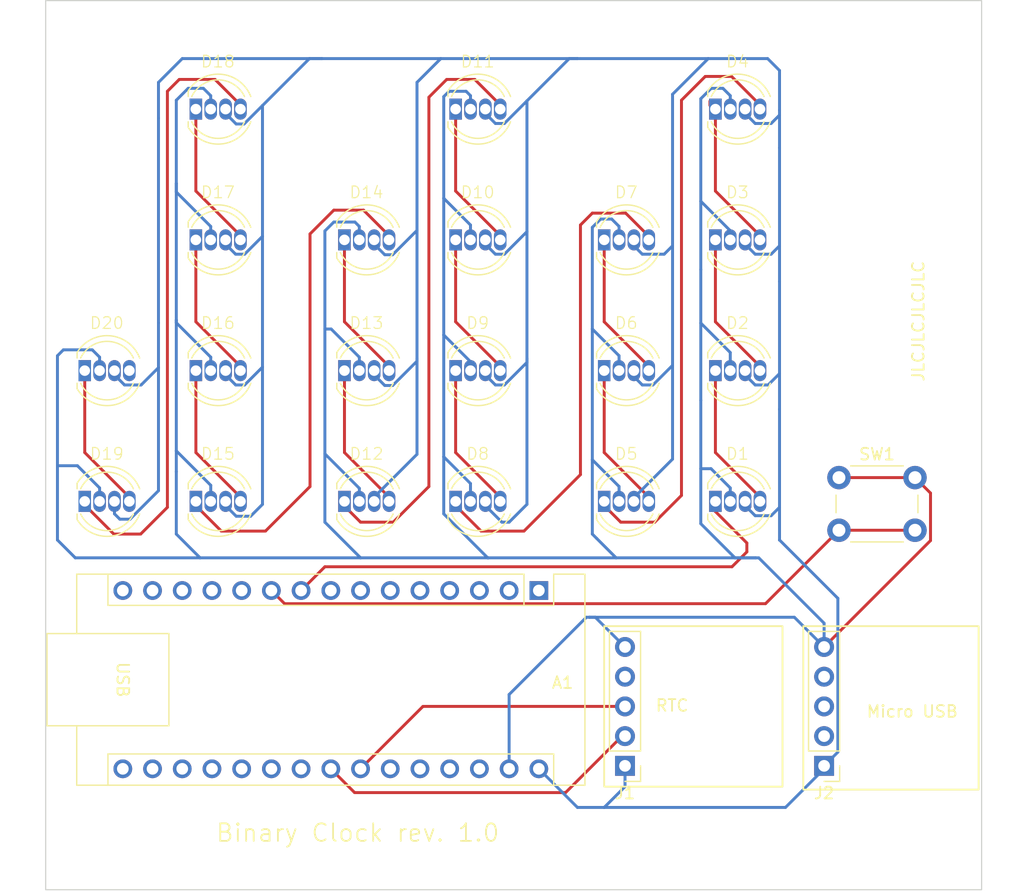
<source format=kicad_pcb>
(kicad_pcb (version 20221018) (generator pcbnew)
  (layers (0 "F.Cu" signal) (31 "B.Cu" signal) (34 "B.Paste" user) (35 "F.Paste" user) (36 "B.SilkS" user "B.Silkscreen") (37 "F.SilkS" user "F.Silkscreen") (38 "B.Mask" user) (39 "F.Mask" user) (44 "Edge.Cuts" user))
  (net 0 "")
  (net 4 "GND")
  (net 19 "Net-(A1-A4)")
  (net 20 "Net-(A1-A5)")
  (net 25 "+5V")
  (net 26 "Net-(D2-DOUT)")
  (net 27 "Net-(D4-DOUT)")
  (net 28 "Net-(D3-DOUT)")
  (net 29 "Net-(D5-DOUT)")
  (net 30 "Net-(D6-DOUT)")
  (net 31 "Net-(D7-DOUT)")
  (net 32 "Net-(D10-DOUT)")
  (net 33 "Net-(D10-DIN)")
  (net 34 "Net-(D8-DOUT)")
  (net 35 "Net-(D11-DOUT)")
  (net 36 "Net-(D14-DOUT)")
  (net 37 "Net-(D15-DOUT)")
  (net 38 "Net-(D16-DOUT)")
  (net 39 "Net-(D17-DOUT)")
  (net 40 "Net-(D18-DOUT)")
  (net 41 "Net-(D19-DOUT)")
  (net 42 "Net-(D12-DOUT)")
  (net 43 "Net-(D13-DOUT)")
  (net 49 "Net-(A1-D7)")
  (net 50 "Net-(A1-D6)")
  (net 54 "Net-(D1-DOUT)")
  (footprint "Library:LED_D5.0mm-4_RGB_WS2811" (layer "F.Cu") (at 125.329 46.546429)
    (fp_text reference "D7")
    (fp_text value "WS2812")
  )
  (footprint "Module:Arduino_Nano" (layer "F.Cu") (at 117.856 77.978 -90)
    (fp_text reference "A1")
    (fp_text value "Arduino_Nano_v2.x")
  )
  (footprint "Library:LED_D5.0mm-4_RGB_WS2811" (layer "F.Cu") (at 90.424 46.546429)
    (fp_text reference "D17")
    (fp_text value "WS2812")
  )
  (footprint "Library:LED_D5.0mm-4_RGB_WS2811" (layer "F.Cu") (at 112.629 68.898429)
    (fp_text reference "D8")
    (fp_text value "WS2812")
  )
  (footprint "Library:LED_D5.0mm-4_RGB_WS2811" (layer "F.Cu") (at 134.834 68.898429)
    (fp_text reference "D1")
    (fp_text value "WS2812")
  )
  (footprint "Library:LED_D5.0mm-4_RGB_WS2811" (layer "F.Cu") (at 90.424 35.370429)
    (fp_text reference "D18")
    (fp_text value "WS2812")
  )
  (footprint "Button_Switch_THT:SW_PUSH_6mm" (layer "F.Cu") (at 143.51 68.326)
    (fp_text reference "SW1")
    (fp_text value "SW_Push")
  )
  (footprint "MountingHole:MountingHole_3.2mm_M3" (layer "F.Cu") (at 81.28 99.06)
    (fp_text reference "REF**" hide)
    (fp_text value "MountingHole_3.2mm_M3")
  )
  (footprint "Library:LED_D5.0mm-4_RGB_WS2811" (layer "F.Cu") (at 103.124 46.546429)
    (fp_text reference "D14")
    (fp_text value "WS2812")
  )
  (footprint "Library:LED_D5.0mm-4_RGB_WS2811" (layer "F.Cu") (at 134.834 57.722429)
    (fp_text reference "D2")
    (fp_text value "WS2812" hide)
  )
  (footprint "MountingHole:MountingHole_3.2mm_M3" (layer "F.Cu") (at 149.86 33.02)
    (fp_text reference "REF**" hide)
    (fp_text value "MountingHole_3.2mm_M3")
  )
  (footprint "Library:LED_D5.0mm-4_RGB_WS2811" (layer "F.Cu") (at 125.329 57.722429)
    (fp_text reference "D6")
    (fp_text value "WS2812")
  )
  (footprint "Library:LED_D5.0mm-4_RGB_WS2811" (layer "F.Cu") (at 134.834 46.546429)
    (fp_text reference "D3")
    (fp_text value "WS2812")
  )
  (footprint "Library:LED_D5.0mm-4_RGB_WS2811" (layer "F.Cu") (at 134.834 35.370429)
    (fp_text reference "D4")
    (fp_text value "WS2812")
  )
  (footprint "Library:LED_D5.0mm-4_RGB_WS2811" (layer "F.Cu") (at 112.629 35.370429)
    (fp_text reference "D11")
    (fp_text value "WS2812")
  )
  (footprint "Library:LED_D5.0mm-4_RGB_WS2811" (layer "F.Cu") (at 90.427 57.722429)
    (fp_text reference "D16")
    (fp_text value "WS2812")
  )
  (footprint "Library:LED_D5.0mm-4_RGB_WS2811" (layer "F.Cu") (at 80.927 57.722429)
    (fp_text reference "D20")
    (fp_text value "WS2812")
  )
  (footprint "Library:LED_D5.0mm-4_RGB_WS2811" (layer "F.Cu") (at 103.127 68.898429)
    (fp_text reference "D12")
    (fp_text value "WS2812")
  )
  (footprint "Library:LED_D5.0mm-4_RGB_WS2811" (layer "F.Cu") (at 125.329 68.898429)
    (fp_text reference "D5")
    (fp_text value "WS2812")
  )
  (footprint "MountingHole:MountingHole_3.2mm_M3" (layer "F.Cu") (at 81.28 33.02)
    (fp_text reference "REF**" hide)
    (fp_text value "MountingHole_3.2mm_M3")
  )
  (footprint "Library:LED_D5.0mm-4_RGB_WS2811" (layer "F.Cu") (at 90.427 68.898429)
    (fp_text reference "D15")
    (fp_text value "WS2812")
  )
  (footprint "Connector_PinHeader_2.54mm:PinHeader_1x05_P2.54mm_Vertical" (layer "F.Cu") (at 142.24 92.964 180)
    (fp_text reference "J2")
    (fp_text value "MicroUSB_header" hide)
  )
  (footprint "Library:LED_D5.0mm-4_RGB_WS2811" (layer "F.Cu") (at 103.127 57.722429)
    (fp_text reference "D13")
    (fp_text value "WS2812")
  )
  (footprint "Library:LED_D5.0mm-4_RGB_WS2811" (layer "F.Cu") (at 112.629 57.722429)
    (fp_text reference "D9")
    (fp_text value "WS2812")
  )
  (footprint "MountingHole:MountingHole_3.2mm_M3" (layer "F.Cu") (at 149.86 99.06)
    (fp_text reference "REF**" hide)
    (fp_text value "MountingHole_3.2mm_M3")
  )
  (footprint "Connector_PinHeader_2.54mm:PinHeader_1x05_P2.54mm_Vertical" (layer "F.Cu") (at 125.222 92.964 180)
    (fp_text reference "J1")
    (fp_text value "RTC_Header")
  )
  (footprint "Library:LED_D5.0mm-4_RGB_WS2811" (layer "F.Cu") (at 112.629 46.546429)
    (fp_text reference "D10")
    (fp_text value "WS2812")
  )
  (footprint "Library:LED_D5.0mm-4_RGB_WS2811" (layer "F.Cu") (at 80.927 68.898429)
    (fp_text reference "D19")
    (fp_text value "WS2812")
  )
  (gr_rect (start 140.462 81.026) (end 155.448 94.996) (stroke (width 0.15)) (fill none) (layer "F.SilkS"))
  (gr_rect (start 123.444 81.026) (end 138.684 94.742) (stroke (width 0.15)) (fill none) (layer "F.SilkS"))
  (gr_rect (start 75.702 27.552) (end 155.702 103.552) (stroke (width 0.1)) (fill none) (layer "Edge.Cuts"))
  (gr_text "Micro USB" (at 145.796 88.9) (layer "F.SilkS") (effects (font (size 1 1)) (justify left bottom)))
  (gr_text "JLCJLCJLCJLC" (at 150.876 60.198 90) (layer "F.SilkS") (effects (font (size 1 1)) (justify left bottom)))
  (gr_text "Binary Clock rev. 1.0" (at 90.17 99.568) (layer "F.SilkS") (effects (font (size 1.5 1.5)) (justify left bottom)))
  (gr_text "RTC" (at 127.762 88.392) (layer "F.SilkS") (effects (font (size 1 1)) (justify left bottom)))
  (segment (start 134.219 70.669224) (end 134.219 70.358) (width 0.25) (layer "F.Cu") (net 4))
  (segment (start 142.386 82.696) (end 142.386 82.804) (width 0.25) (layer "F.Cu") (net 4))
  (segment (start 134.513 48.306571) (end 134.513 47.941571) (width 0.25) (layer "F.Cu") (net 4))
  (segment (start 124.861 70.211) (end 124.861 70.866) (width 0.25) (layer "F.Cu") (net 4))
  (segment (start 142.24 82.804) (end 151.335 73.709) (width 0.25) (layer "F.Cu") (net 4))
  (segment (start 151.335 69.651) (end 150.01 68.326) (width 0.25) (layer "F.Cu") (net 4))
  (segment (start 143.51 68.326) (end 150.01 68.326) (width 0.25) (layer "F.Cu") (net 4))
  (segment (start 151.335 73.709) (end 151.335 69.651) (width 0.25) (layer "F.Cu") (net 4))
  (segment (start 131.699 35.941) (end 132.588 35.052) (width 0.25) (layer "B.Cu") (net 4))
  (segment (start 89.812 70.358) (end 89.812 70.723) (width 0.25) (layer "B.Cu") (net 4))
  (segment (start 136.398 75.184) (end 134.62 75.184) (width 0.25) (layer "B.Cu") (net 4))
  (segment (start 99.568 72.136) (end 99.568 66.294) (width 0.25) (layer "B.Cu") (net 4))
  (segment (start 124.46 75.184) (end 136.398 75.184) (width 0.25) (layer "B.Cu") (net 4))
  (segment (start 112.014 68.834) (end 112.014 70.358) (width 0.25) (layer "B.Cu") (net 4))
  (segment (start 102.512 69.238) (end 102.512 70.358) (width 0.25) (layer "B.Cu") (net 4))
  (segment (start 76.708 73.66) (end 76.708 67.31) (width 0.25) (layer "B.Cu") (net 4))
  (segment (start 89.181 35.052) (end 89.809 35.68) (width 0.25) (layer "B.Cu") (net 4))
  (segment (start 139.7 80.264) (end 122.174 80.264) (width 0.25) (layer "B.Cu") (net 4))
  (segment (start 86.868 55.088) (end 89.812 58.032) (width 0.25) (layer "B.Cu") (net 4))
  (segment (start 86.868 67.818) (end 86.868 66.04) (width 0.25) (layer "B.Cu") (net 4))
  (segment (start 102.509 46.856) (end 102.509 48.006) (width 0.25) (layer "B.Cu") (net 4))
  (segment (start 133.591 35.052) (end 134.219 35.68) (width 0.25) (layer "B.Cu") (net 4))
  (segment (start 109.728 66.548) (end 112.014 68.834) (width 0.25) (layer "B.Cu") (net 4))
  (segment (start 131.699 44.704) (end 134.219 47.224) (width 0.25) (layer "B.Cu") (net 4))
  (segment (start 122.428 55.626) (end 124.714 57.912) (width 0.25) (layer "B.Cu") (net 4))
  (segment (start 86.868 36.068) (end 87.884 35.052) (width 0.25) (layer "B.Cu") (net 4))
  (segment (start 132.575 67.564) (end 134.219 69.208) (width 0.25) (layer "B.Cu") (net 4))
  (segment (start 131.699 72.263) (end 131.699 67.564) (width 0.25) (layer "B.Cu") (net 4))
  (segment (start 86.868 43.915) (end 89.809 46.856) (width 0.25) (layer "B.Cu") (net 4))
  (segment (start 102.616 75.184) (end 88.9 75.184) (width 0.25) (layer "B.Cu") (net 4))
  (segment (start 102.616 75.184) (end 99.568 72.136) (width 0.25) (layer "B.Cu") (net 4))
  (segment (start 131.699 55.118) (end 134.219 57.638) (width 0.25) (layer "B.Cu") (net 4))
  (segment (start 136.398 75.184) (end 136.652 75.184) (width 0.25) (layer "B.Cu") (net 4))
  (segment (start 132.588 35.052) (end 133.591 35.052) (width 0.25) (layer "B.Cu") (net 4))
  (segment (start 76.708 67.31) (end 76.708 57.912) (width 0.25) (layer "B.Cu") (net 4))
  (segment (start 124.714 57.912) (end 124.714 59.182) (width 0.25) (layer "B.Cu") (net 4))
  (segment (start 134.219 69.208) (end 134.219 70.358) (width 0.25) (layer "B.Cu") (net 4))
  (segment (start 134.219 57.638) (end 134.219 59.182) (width 0.25) (layer "B.Cu") (net 4))
  (segment (start 109.728 44.45) (end 109.728 35.761) (width 0.25) (layer "B.Cu") (net 4))
  (segment (start 122.428 46.937) (end 123.137 46.228) (width 0.25) (layer "B.Cu") (net 4))
  (segment (start 86.868 54.864) (end 86.868 43.18) (width 0.25) (layer "B.Cu") (net 4))
  (segment (start 80.312 69.208) (end 80.312 70.358) (width 0.25) (layer "B.Cu") (net 4))
  (segment (start 122.428 55.626) (end 122.428 46.937) (width 0.25) (layer "B.Cu") (net 4))
  (segment (start 134.62 75.184) (end 131.699 72.263) (width 0.25) (layer "B.Cu") (net 4))
  (segment (start 109.728 71.427) (end 113.485 75.184) (width 0.25) (layer "B.Cu") (net 4))
  (segment (start 99.568 66.294) (end 102.512 69.238) (width 0.25) (layer "B.Cu") (net 4))
  (segment (start 131.699 67.564) (end 131.699 61.722) (width 0.25) (layer "B.Cu") (net 4))
  (segment (start 89.812 68.984) (end 89.812 70.358) (width 0.25) (layer "B.Cu") (net 4))
  (segment (start 124.714 69.088) (end 124.714 70.358) (width 0.25) (layer "B.Cu") (net 4))
  (segment (start 77.216 57.404) (end 79.684 57.404) (width 0.25) (layer "B.Cu") (net 4))
  (segment (start 109.728 71.427) (end 109.728 66.548) (width 0.25) (layer "B.Cu") (net 4))
  (segment (start 131.699 50.546) (end 131.699 44.704) (width 0.25) (layer "B.Cu") (net 4))
  (segment (start 80.312 70.358) (end 80.312 70.723) (width 0.25) (layer "B.Cu") (net 4))
  (segment (start 113.538 75.184) (end 102.616 75.184) (width 0.25) (layer "B.Cu") (net 4))
  (segment (start 89.809 46.856) (end 89.809 48.006) (width 0.25) (layer "B.Cu") (net 4))
  (segment (start 99.568 47.244) (end 100.33 46.482) (width 0.25) (layer "B.Cu") (net 4))
  (segment (start 76.708 67.31) (end 78.414 67.31) (width 0.25) (layer "B.Cu") (net 4))
  (segment (start 112.014 70.723) (end 112.014 70.358) (width 0.25) (layer "B.Cu") (net 4))
  (segment (start 87.884 35.052) (end 89.181 35.052) (width 0.25) (layer "B.Cu") (net 4))
  (segment (start 142.24 82.804) (end 139.7 80.264) (width 0.25) (layer "B.Cu") (net 4))
  (segment (start 102.512 70.723) (end 102.512 70.358) (width 0.25) (layer "B.Cu") (net 4))
  (segment (start 121.92 80.264) (end 115.316 86.868) (width 0.25) (layer "B.Cu") (net 4))
  (segment (start 78.232 75.184) (end 76.708 73.66) (width 0.25) (layer "B.Cu") (net 4))
  (segment (start 122.809 73.533) (end 124.46 75.184) (width 0.25) (layer "B.Cu") (net 4))
  (segment (start 113.538 75.184) (end 113.485 75.184) (width 0.25) (layer "B.Cu") (net 4))
  (segment (start 123.137 46.228) (end 124.086 46.228) (width 0.25) (layer "B.Cu") (net 4))
  (segment (start 131.699 61.722) (end 131.699 55.118) (width 0.25) (layer "B.Cu") (net 4))
  (segment (start 80.312 58.032) (end 80.312 59.182) (width 0.25) (layer "B.Cu") (net 4))
  (segment (start 136.652 75.184) (end 142.24 80.772) (width 0.25) (layer "B.Cu") (net 4))
  (segment (start 134.219 47.224) (end 134.219 48.006) (width 0.25) (layer "B.Cu") (net 4))
  (segment (start 122.682 80.264) (end 125.222 82.804) (width 0.25) (layer "B.Cu") (net 4))
  (segment (start 124.46 75.184) (end 113.538 75.184) (width 0.25) (layer "B.Cu") (net 4))
  (segment (start 122.428 66.802) (end 124.714 69.088) (width 0.25) (layer "B.Cu") (net 4))
  (segment (start 86.868 66.04) (end 89.812 68.984) (width 0.25) (layer "B.Cu") (net 4))
  (segment (start 78.414 67.31) (end 80.312 69.208) (width 0.25) (layer "B.Cu") (net 4))
  (segment (start 86.868 43.18) (end 86.868 43.915) (width 0.25) (layer "B.Cu") (net 4))
  (segment (start 88.9 75.184) (end 86.868 73.152) (width 0.25) (layer "B.Cu") (net 4))
  (segment (start 100.33 46.482) (end 102.135 46.482) (width 0.25) (layer "B.Cu") (net 4))
  (segment (start 109.728 56.134) (end 109.728 44.45) (width 0.25) (layer "B.Cu") (net 4))
  (segment (start 102.135 46.482) (end 102.509 46.856) (width 0.25) (layer "B.Cu") (net 4))
  (segment (start 86.868 73.152) (end 86.868 67.818) (width 0.25) (layer "B.Cu") (net 4))
  (segment (start 89.812 48.009) (end 89.809 48.006) (width 0.25) (layer "B.Cu") (net 4))
  (segment (start 112.014 46.736) (end 112.014 48.006) (width 0.25) (layer "B.Cu") (net 4))
  (segment (start 111.64 35.306) (end 112.014 35.68) (width 0.25) (layer "B.Cu") (net 4))
  (segment (start 86.868 54.864) (end 86.868 55.088) (width 0.25) (layer "B.Cu") (net 4))
  (segment (start 86.868 66.04) (end 86.868 54.864) (width 0.25) (layer "B.Cu") (net 4))
  (segment (start 112.014 58.42) (end 112.014 59.182) (width 0.25) (layer "B.Cu") (net 4))
  (segment (start 109.728 35.761) (end 110.183 35.306) (width 0.25) (layer "B.Cu") (net 4))
  (segment (start 110.183 35.306) (end 111.64 35.306) (width 0.25) (layer "B.Cu") (net 4))
  (segment (start 99.568 66.294) (end 99.568 55.626) (width 0.25) (layer "B.Cu") (net 4))
  (segment (start 122.174 80.264) (end 121.92 80.264) (width 0.25) (layer "B.Cu") (net 4))
  (segment (start 109.728 66.548) (end 109.728 56.134) (width 0.25) (layer "B.Cu") (net 4))
  (segment (start 102.512 58.032) (end 102.512 59.182) (width 0.25) (layer "B.Cu") (net 4))
  (segment (start 142.24 80.772) (end 142.24 82.804) (width 0.25) (layer "B.Cu") (net 4))
  (segment (start 86.868 43.18) (end 86.868 36.068) (width 0.25) (layer "B.Cu") (net 4))
  (segment (start 88.9 75.184) (end 78.232 75.184) (width 0.25) (layer "B.Cu") (net 4))
  (segment (start 122.174 80.264) (end 122.682 80.264) (width 0.25) (layer "B.Cu") (net 4))
  (segment (start 112.014 35.68) (end 112.014 36.83) (width 0.25) (layer "B.Cu") (net 4))
  (segment (start 122.428 66.802) (end 122.428 55.626) (width 0.25) (layer "B.Cu") (net 4))
  (segment (start 131.699 44.704) (end 131.699 35.941) (width 0.25) (layer "B.Cu") (net 4))
  (segment (start 100.106 55.626) (end 102.512 58.032) (width 0.25) (layer "B.Cu") (net 4))
  (segment (start 76.708 57.912) (end 77.216 57.404) (width 0.25) (layer "B.Cu") (net 4))
  (segment (start 102.512 48.009) (end 102.509 48.006) (width 0.25) (layer "B.Cu") (net 4))
  (segment (start 122.428 73.152) (end 122.428 66.802) (width 0.25) (layer "B.Cu") (net 4))
  (segment (start 89.809 35.68) (end 89.809 36.83) (width 0.25) (layer "B.Cu") (net 4))
  (segment (start 131.699 67.564) (end 132.575 67.564) (width 0.25) (layer "B.Cu") (net 4))
  (segment (start 99.568 55.626) (end 99.568 47.244) (width 0.25) (layer "B.Cu") (net 4))
  (segment (start 134.219 35.68) (end 134.219 36.83) (width 0.25) (layer "B.Cu") (net 4))
  (segment (start 89.812 58.032) (end 89.812 59.182) (width 0.25) (layer "B.Cu") (net 4))
  (segment (start 131.699 55.118) (end 131.699 50.546) (width 0.25) (layer "B.Cu") (net 4))
  (segment (start 122.809 73.533) (end 122.428 73.152) (width 0.25) (layer "B.Cu") (net 4))
  (segment (start 124.714 46.856) (end 124.714 48.006) (width 0.25) (layer "B.Cu") (net 4))
  (segment (start 109.728 44.45) (end 112.014 46.736) (width 0.25) (layer "B.Cu") (net 4))
  (segment (start 124.086 46.228) (end 124.714 46.856) (width 0.25) (layer "B.Cu") (net 4))
  (segment (start 79.684 57.404) (end 80.312 58.032) (width 0.25) (layer "B.Cu") (net 4))
  (segment (start 99.568 55.626) (end 100.106 55.626) (width 0.25) (layer "B.Cu") (net 4))
  (segment (start 109.728 56.134) (end 112.014 58.42) (width 0.25) (layer "B.Cu") (net 4))
  (segment (start 115.316 86.868) (end 115.316 93.218) (width 0.25) (layer "B.Cu") (net 4))
  (segment (start 124.968 90.424) (end 125.222 90.424) (width 0.25) (layer "F.Cu") (net 19))
  (segment (start 120.142 95.25) (end 124.968 90.424) (width 0.25) (layer "F.Cu") (net 19))
  (segment (start 102.108 95.25) (end 120.142 95.25) (width 0.25) (layer "F.Cu") (net 19))
  (segment (start 100.076 93.218) (end 102.108 95.25) (width 0.25) (layer "F.Cu") (net 19))
  (segment (start 107.95 87.884) (end 125.222 87.884) (width 0.25) (layer "F.Cu") (net 20))
  (segment (start 102.616 93.218) (end 107.95 87.884) (width 0.25) (layer "F.Cu") (net 20))
  (segment (start 135.89 70.866) (end 135.89 70.501) (width 0.25) (layer "F.Cu") (net 25))
  (segment (start 135.783 47.941571) (end 135.783 47.576571) (width 0.25) (layer "F.Cu") (net 25))
  (segment (start 135.89 59.625571) (end 135.89 59.260571) (width 0.25) (layer "F.Cu") (net 25))
  (segment (start 92.705224 49.231) (end 91.939 49.231) (width 0.25) (layer "B.Cu") (net 25))
  (segment (start 83.865 60.407) (end 85.344 58.928) (width 0.25) (layer "B.Cu") (net 25))
  (segment (start 135.489 70.358) (end 135.489 70.723) (width 0.25) (layer "B.Cu") (net 25))
  (segment (start 114.910224 49.231) (end 114.144 49.231) (width 0.25) (layer "B.Cu") (net 25))
  (segment (start 138.43 70.866) (end 138.43 73.66) (width 0.25) (layer "B.Cu") (net 25))
  (segment (start 120.453224 32.512) (end 121.158 32.512) (width 0.25) (layer "B.Cu") (net 25))
  (segment (start 138.43 48.514) (end 138.43 51.562) (width 0.25) (layer "B.Cu") (net 25))
  (segment (start 98.248224 32.512) (end 99.314 32.512) (width 0.25) (layer "B.Cu") (net 25))
  (segment (start 138.43 62.484) (end 138.43 70.866) (width 0.25) (layer "B.Cu") (net 25))
  (segment (start 114.910224 60.407) (end 114.144 60.407) (width 0.25) (layer "B.Cu") (net 25))
  (segment (start 103.782 48.009) (end 103.779 48.006) (width 0.25) (layer "B.Cu") (net 25))
  (segment (start 136.349 49.231) (end 137.713 49.231) (width 0.25) (layer "B.Cu") (net 25))
  (segment (start 91.079 48.371) (end 91.079 48.006) (width 0.25) (layer "B.Cu") (net 25))
  (segment (start 99.314 32.512) (end 87.376 32.512) (width 0.25) (layer "B.Cu") (net 25))
  (segment (start 116.84 36.125224) (end 116.84 47.301224) (width 0.25) (layer "B.Cu") (net 25))
  (segment (start 113.284 37.195) (end 113.284 36.83) (width 0.25) (layer "B.Cu") (net 25))
  (segment (start 135.489 36.83) (end 135.489 36.465) (width 0.25) (layer "B.Cu") (net 25))
  (segment (start 135.489 48.006) (end 135.489 48.621) (width 0.25) (layer "B.Cu") (net 25))
  (segment (start 137.713 49.231) (end 138.43 48.514) (width 0.25) (layer "B.Cu") (net 25))
  (segment (start 107.442 47.194224) (end 105.360224 49.276) (width 0.25) (layer "B.Cu") (net 25))
  (segment (start 129.286 66.744776) (end 125.984 70.046776) (width 0.25) (layer "B.Cu") (net 25))
  (segment (start 81.582 71.422) (end 81.582 70.358) (width 0.25) (layer "B.Cu") (net 25))
  (segment (start 85.344 55.108776) (end 85.344 58.928) (width 0.25) (layer "B.Cu") (net 25))
  (segment (start 91.942 60.407) (end 91.082 59.547) (width 0.25) (layer "B.Cu") (net 25))
  (segment (start 129.286 48.514) (end 129.286 58.731224) (width 0.25) (layer "B.Cu") (net 25))
  (segment (start 116.84 58.166) (end 116.84 58.477224) (width 0.25) (layer "B.Cu") (net 25))
  (segment (start 138.426 73.66) (end 138.43 73.66) (width 0.25) (layer "B.Cu") (net 25))
  (segment (start 107.442 34.544) (end 109.474 32.512) (width 0.25) (layer "B.Cu") (net 25))
  (segment (start 137.459 60.407) (end 138.43 59.436) (width 0.25) (layer "B.Cu") (net 25))
  (segment (start 138.43 73.66) (end 143.415 78.645) (width 0.25) (layer "B.Cu") (net 25))
  (segment (start 121.158 32.512) (end 109.474 32.512) (width 0.25) (layer "B.Cu") (net 25))
  (segment (start 138.43 51.562) (end 138.43 59.436) (width 0.25) (layer "B.Cu") (net 25))
  (segment (start 129.286 35.56) (end 132.334 32.512) (width 0.25) (layer "B.Cu") (net 25))
  (segment (start 91.082 70.723) (end 91.082 70.358) (width 0.25) (layer "B.Cu") (net 25))
  (segment (start 135.489 59.547) (end 136.349 60.407) (width 0.25) (layer "B.Cu") (net 25))
  (segment (start 125.984 48.514) (end 125.984 48.006) (width 0.25) (layer "B.Cu") (net 25))
  (segment (start 81.582 59.182) (end 81.582 59.547) (width 0.25) (layer "B.Cu") (net 25))
  (segment (start 109.474 32.512) (end 99.314 32.512) (width 0.25) (layer "B.Cu") (net 25))
  (segment (start 117.856 93.218) (end 121.158 96.52) (width 0.25) (layer "B.Cu") (net 25))
  (segment (start 85.344 34.544) (end 85.344 37.592) (width 0.25) (layer "B.Cu") (net 25))
  (segment (start 113.284 70.723) (end 113.284 70.358) (width 0.25) (layer "B.Cu") (net 25))
  (segment (start 107.442 58.166) (end 107.442 58.373224) (width 0.25) (layer "B.Cu") (net 25))
  (segment (start 104.684 49.276) (end 103.779 48.371) (width 0.25) (layer "B.Cu") (net 25))
  (segment (start 123.444 96.52) (end 138.938 96.52) (width 0.25) (layer "B.Cu") (net 25))
  (segment (start 103.782 69.993) (end 103.782 70.358) (width 0.25) (layer "B.Cu") (net 25))
  (segment (start 91.079 36.83) (end 91.079 36.465) (width 0.25) (layer "B.Cu") (net 25))
  (segment (start 114.697 72.136) (end 113.284 70.723) (width 0.25) (layer "B.Cu") (net 25))
  (segment (start 107.442 58.166) (end 107.442 66.333) (width 0.25) (layer "B.Cu") (net 25))
  (segment (start 129.286 58.731224) (end 129.286 66.744776) (width 0.25) (layer "B.Cu") (net 25))
  (segment (start 137.414 32.512) (end 132.334 32.512) (width 0.25) (layer "B.Cu") (net 25))
  (segment (start 85.344 58.928) (end 85.344 69.447224) (width 0.25) (layer "B.Cu") (net 25))
  (segment (start 116.84 36.125224) (end 120.453224 32.512) (width 0.25) (layer "B.Cu") (net 25))
  (segment (start 94.234 70.612) (end 93.218 71.628) (width 0.25) (layer "B.Cu") (net 25))
  (segment (start 105.360224 49.276) (end 104.684 49.276) (width 0.25) (layer "B.Cu") (net 25))
  (segment (start 143.415 78.645) (end 143.415 91.789) (width 0.25) (layer "B.Cu") (net 25))
  (segment (start 121.158 96.52) (end 123.444 96.52) (width 0.25) (layer "B.Cu") (net 25))
  (segment (start 135.489 59.182) (end 135.489 59.547) (width 0.25) (layer "B.Cu") (net 25))
  (segment (start 94.234 47.702224) (end 94.234 58.881224) (width 0.25) (layer "B.Cu") (net 25))
  (segment (start 125.984 70.046776) (end 125.984 70.358) (width 0.25) (layer "B.Cu") (net 25))
  (segment (start 82.042 71.882) (end 81.582 71.422) (width 0.25) (layer "B.Cu") (net 25))
  (segment (start 82.442 60.407) (end 83.865 60.407) (width 0.25) (layer "B.Cu") (net 25))
  (segment (start 135.489 48.006) (end 135.489 48.371) (width 0.25) (layer "B.Cu") (net 25))
  (segment (start 94.234 58.881224) (end 92.708224 60.407) (width 0.25) (layer "B.Cu") (net 25))
  (segment (start 94.234 47.702224) (end 92.705224 49.231) (width 0.25) (layer "B.Cu") (net 25))
  (segment (start 138.43 36.919776) (end 138.43 40.132) (width 0.25) (layer "B.Cu") (net 25))
  (segment (start 92.660224 38.1) (end 91.984 38.1) (width 0.25) (layer "B.Cu") (net 25))
  (segment (start 135.489 48.371) (end 136.349 49.231) (width 0.25) (layer "B.Cu") (net 25))
  (segment (start 94.234 58.881224) (end 94.234 70.612) (width 0.25) (layer "B.Cu") (net 25))
  (segment (start 93.218 71.628) (end 91.987 71.628) (width 0.25) (layer "B.Cu") (net 25))
  (segment (start 116.84 36.125224) (end 114.910224 38.055) (width 0.25) (layer "B.Cu") (net 25))
  (segment (start 136.349 71.583) (end 137.713 71.583) (width 0.25) (layer "B.Cu") (net 25))
  (segment (start 85.344 37.592) (end 85.344 55.108776) (width 0.25) (layer "B.Cu") (net 25))
  (segment (start 103.779 48.371) (end 103.779 48.006) (width 0.25) (layer "B.Cu") (net 25))
  (segment (start 107.442 47.194224) (end 107.442 34.544) (width 0.25) (layer "B.Cu") (net 25))
  (segment (start 135.489 70.723) (end 136.349 71.583) (width 0.25) (layer "B.Cu") (net 25))
  (segment (start 81.582 70.046776) (end 81.582 70.358) (width 0.25) (layer "B.Cu") (net 25))
  (segment (start 129.286 48.514) (end 129.286 35.56) (width 0.25) (layer "B.Cu") (net 25))
  (segment (start 116.84 58.477224) (end 114.910224 60.407) (width 0.25) (layer "B.Cu") (net 25))
  (segment (start 91.939 49.231) (end 91.079 48.371) (width 0.25) (layer "B.Cu") (net 25))
  (segment (start 137.713 71.583) (end 138.43 70.866) (width 0.25) (layer "B.Cu") (net 25))
  (segment (start 94.234 36.526224) (end 94.234 47.702224) (width 0.25) (layer "B.Cu") (net 25))
  (segment (start 126.701 60.407) (end 125.984 59.69) (width 0.25) (layer "B.Cu") (net 25))
  (segment (start 138.43 36.919776) (end 138.43 33.528) (width 0.25) (layer "B.Cu") (net 25))
  (segment (start 87.376 32.512) (end 85.344 34.544) (width 0.25) (layer "B.Cu") (net 25))
  (segment (start 94.234 36.526224) (end 98.248224 32.512) (width 0.25) (layer "B.Cu") (net 25))
  (segment (start 116.84 47.301224) (end 114.910224 49.231) (width 0.25) (layer "B.Cu") (net 25))
  (segment (start 128.569 49.231) (end 126.701 49.231) (width 0.25) (layer "B.Cu") (net 25))
  (segment (start 81.582 58.870776) (end 81.582 59.182) (width 0.25) (layer "B.Cu") (net 25))
  (segment (start 116.84 47.301224) (end 116.84 58.166) (width 0.25) (layer "B.Cu") (net 25))
  (segment (start 81.582 59.547) (end 82.442 60.407) (width 0.25) (layer "B.Cu") (net 25))
  (segment (start 125.984 59.69) (end 125.984 59.182) (width 0.25) (layer "B.Cu") (net 25))
  (segment (start 143.415 91.789) (end 142.24 92.964) (width 0.25) (layer "B.Cu") (net 25))
  (segment (start 116.84 58.166) (end 116.84 70.612) (width 0.25) (layer "B.Cu") (net 25))
  (segment (start 126.701 49.231) (end 125.984 48.514) (width 0.25) (layer "B.Cu") (net 25))
  (segment (start 138.43 40.132) (end 138.43 48.514) (width 0.25) (layer "B.Cu") (net 25))
  (segment (start 129.286 48.514) (end 128.569 49.231) (width 0.25) (layer "B.Cu") (net 25))
  (segment (start 94.234 36.526224) (end 92.660224 38.1) (width 0.25) (layer "B.Cu") (net 25))
  (segment (start 107.442 47.194224) (end 107.442 58.166) (width 0.25) (layer "B.Cu") (net 25))
  (segment (start 138.426 62.484) (end 138.43 62.484) (width 0.25) (layer "B.Cu") (net 25))
  (segment (start 113.284 36.83) (end 113.284 36.465) (width 0.25) (layer "B.Cu") (net 25))
  (segment (start 105.363224 60.452) (end 104.687 60.452) (width 0.25) (layer "B.Cu") (net 25))
  (segment (start 107.442 58.373224) (end 105.363224 60.452) (width 0.25) (layer "B.Cu") (net 25))
  (segment (start 135.489 36.83) (end 135.489 37.195) (width 0.25) (layer "B.Cu") (net 25))
  (segment (start 137.713 38.055) (end 138.43 37.338) (width 0.25) (layer "B.Cu") (net 25))
  (segment (start 138.43 33.528) (end 137.414 32.512) (width 0.25) (layer "B.Cu") (net 25))
  (segment (start 113.284 59.547) (end 113.284 59.182) (width 0.25) (layer "B.Cu") (net 25))
  (segment (start 114.144 38.055) (end 113.284 37.195) (width 0.25) (layer "B.Cu") (net 25))
  (segment (start 103.782 59.547) (end 103.782 59.182) (width 0.25) (layer "B.Cu") (net 25))
  (segment (start 114.144 60.407) (end 113.284 59.547) (width 0.25) (layer "B.Cu") (net 25))
  (segment (start 113.284 48.371) (end 113.284 48.006) (width 0.25) (layer "B.Cu") (net 25))
  (segment (start 107.442 66.333) (end 103.782 69.993) (width 0.25) (layer "B.Cu") (net 25))
  (segment (start 114.910224 38.055) (end 114.144 38.055) (width 0.25) (layer "B.Cu") (net 25))
  (segment (start 115.316 72.136) (end 114.697 72.136) (width 0.25) (layer "B.Cu") (net 25))
  (segment (start 91.082 48.009) (end 91.079 48.006) (width 0.25) (layer "B.Cu") (net 25))
  (segment (start 138.938 96.52) (end 142.24 93.218) (width 0.25) (layer "B.Cu") (net 25))
  (segment (start 114.144 49.231) (end 113.284 48.371) (width 0.25) (layer "B.Cu") (net 25))
  (segment (start 82.909224 71.882) (end 82.042 71.882) (width 0.25) (layer "B.Cu") (net 25))
  (segment (start 138.43 59.436) (end 138.43 62.484) (width 0.25) (layer "B.Cu") (net 25))
  (segment (start 136.349 60.407) (end 137.459 60.407) (width 0.25) (layer "B.Cu") (net 25))
  (segment (start 129.286 58.731224) (end 127.610224 60.407) (width 0.25) (layer "B.Cu") (net 25))
  (segment (start 123.444 96.52) (end 125.222 94.742) (width 0.25) (layer "B.Cu") (net 25))
  (segment (start 132.334 32.512) (end 121.158 32.512) (width 0.25) (layer "B.Cu") (net 25))
  (segment (start 104.687 60.452) (end 103.782 59.547) (width 0.25) (layer "B.Cu") (net 25))
  (segment (start 91.082 59.547) (end 91.082 59.182) (width 0.25) (layer "B.Cu") (net 25))
  (segment (start 142.24 93.218) (end 142.24 92.964) (width 0.25) (layer "B.Cu") (net 25))
  (segment (start 125.222 94.742) (end 125.222 92.964) (width 0.25) (layer "B.Cu") (net 25))
  (segment (start 91.987 71.628) (end 91.082 70.723) (width 0.25) (layer "B.Cu") (net 25))
  (segment (start 127.610224 60.407) (end 126.701 60.407) (width 0.25) (layer "B.Cu") (net 25))
  (segment (start 135.489 37.195) (end 136.349 38.055) (width 0.25) (layer "B.Cu") (net 25))
  (segment (start 92.708224 60.407) (end 91.942 60.407) (width 0.25) (layer "B.Cu") (net 25))
  (segment (start 116.84 70.612) (end 115.316 72.136) (width 0.25) (layer "B.Cu") (net 25))
  (segment (start 91.984 38.1) (end 91.079 37.195) (width 0.25) (layer "B.Cu") (net 25))
  (segment (start 91.079 37.195) (end 91.079 36.83) (width 0.25) (layer "B.Cu") (net 25))
  (segment (start 136.349 38.055) (end 137.713 38.055) (width 0.25) (layer "B.Cu") (net 25))
  (segment (start 85.344 69.447224) (end 82.909224 71.882) (width 0.25) (layer "B.Cu") (net 25))
  (segment (start 132.949 55.007) (end 132.949 48.006) (width 0.25) (layer "F.Cu") (net 26))
  (segment (start 136.759 59.182) (end 136.759 58.817) (width 0.25) (layer "F.Cu") (net 26))
  (segment (start 136.759 58.817) (end 132.949 55.007) (width 0.25) (layer "F.Cu") (net 26))
  (segment (start 123.444 70.723) (end 123.444 70.358) (width 0.25) (layer "F.Cu") (net 27))
  (segment (start 132.08 34.036) (end 130.048 36.068) (width 0.25) (layer "F.Cu") (net 27))
  (segment (start 127.762 72.136) (end 124.857 72.136) (width 0.25) (layer "F.Cu") (net 27))
  (segment (start 134.33 34.036) (end 132.08 34.036) (width 0.25) (layer "F.Cu") (net 27))
  (segment (start 136.759 36.465) (end 134.33 34.036) (width 0.25) (layer "F.Cu") (net 27))
  (segment (start 130.048 69.85) (end 127.762 72.136) (width 0.25) (layer "F.Cu") (net 27))
  (segment (start 124.857 72.136) (end 123.444 70.723) (width 0.25) (layer "F.Cu") (net 27))
  (segment (start 136.759 36.83) (end 136.759 36.465) (width 0.25) (layer "F.Cu") (net 27))
  (segment (start 130.048 36.068) (end 130.048 69.85) (width 0.25) (layer "F.Cu") (net 27))
  (segment (start 132.949 43.831) (end 132.949 36.83) (width 0.25) (layer "F.Cu") (net 28))
  (segment (start 136.759 47.641) (end 132.949 43.831) (width 0.25) (layer "F.Cu") (net 28))
  (segment (start 132.481 36.511571) (end 132.481 36.146571) (width 0.25) (layer "F.Cu") (net 28))
  (segment (start 136.759 48.006) (end 136.759 47.641) (width 0.25) (layer "F.Cu") (net 28))
  (segment (start 127.254 70.358) (end 127.254 69.993) (width 0.25) (layer "F.Cu") (net 29))
  (segment (start 123.444 66.183) (end 123.444 59.182) (width 0.25) (layer "F.Cu") (net 29))
  (segment (start 127.254 69.993) (end 123.444 66.183) (width 0.25) (layer "F.Cu") (net 29))
  (segment (start 127.254 58.817) (end 123.444 55.007) (width 0.25) (layer "F.Cu") (net 30))
  (segment (start 127.254 59.182) (end 127.254 58.817) (width 0.25) (layer "F.Cu") (net 30))
  (segment (start 123.444 55.007) (end 123.444 48.006) (width 0.25) (layer "F.Cu") (net 30))
  (segment (start 127.254 48.006) (end 127.254 47.641) (width 0.25) (layer "F.Cu") (net 31))
  (segment (start 116.586 72.898) (end 112.919 72.898) (width 0.25) (layer "F.Cu") (net 31))
  (segment (start 127.254 47.694776) (end 125.279224 45.72) (width 0.25) (layer "F.Cu") (net 31))
  (segment (start 121.412 46.736) (end 121.412 68.072) (width 0.25) (layer "F.Cu") (net 31))
  (segment (start 122.428 45.72) (end 121.412 46.736) (width 0.25) (layer "F.Cu") (net 31))
  (segment (start 121.412 68.072) (end 116.586 72.898) (width 0.25) (layer "F.Cu") (net 31))
  (segment (start 110.744 70.723) (end 110.744 70.358) (width 0.25) (layer "F.Cu") (net 31))
  (segment (start 127.254 48.006) (end 127.254 47.694776) (width 0.25) (layer "F.Cu") (net 31))
  (segment (start 112.919 72.898) (end 110.744 70.723) (width 0.25) (layer "F.Cu") (net 31))
  (segment (start 125.279224 45.72) (end 122.428 45.72) (width 0.25) (layer "F.Cu") (net 31))
  (segment (start 110.744 43.831) (end 110.744 36.83) (width 0.25) (layer "F.Cu") (net 32))
  (segment (start 114.554 48.006) (end 114.554 47.641) (width 0.25) (layer "F.Cu") (net 32))
  (segment (start 114.554 47.641) (end 110.744 43.831) (width 0.25) (layer "F.Cu") (net 32))
  (segment (start 114.554 59.182) (end 114.554 58.817) (width 0.25) (layer "F.Cu") (net 33))
  (segment (start 114.554 58.817) (end 110.744 55.007) (width 0.25) (layer "F.Cu") (net 33))
  (segment (start 110.744 55.007) (end 110.744 48.006) (width 0.25) (layer "F.Cu") (net 33))
  (segment (start 114.554 69.993) (end 110.744 66.183) (width 0.25) (layer "F.Cu") (net 34))
  (segment (start 110.744 66.183) (end 110.744 59.182) (width 0.25) (layer "F.Cu") (net 34))
  (segment (start 114.554 70.358) (end 114.554 69.993) (width 0.25) (layer "F.Cu") (net 34))
  (segment (start 114.554 36.83) (end 114.554 36.465) (width 0.25) (layer "F.Cu") (net 35))
  (segment (start 105.41 72.136) (end 102.616 72.136) (width 0.25) (layer "F.Cu") (net 35))
  (segment (start 114.554 36.465) (end 112.379 34.29) (width 0.25) (layer "F.Cu") (net 35))
  (segment (start 112.379 34.29) (end 109.982 34.29) (width 0.25) (layer "F.Cu") (net 35))
  (segment (start 102.616 72.136) (end 101.242 70.762) (width 0.25) (layer "F.Cu") (net 35))
  (segment (start 109.982 34.29) (end 108.458 35.814) (width 0.25) (layer "F.Cu") (net 35))
  (segment (start 108.458 69.088) (end 105.41 72.136) (width 0.25) (layer "F.Cu") (net 35))
  (segment (start 101.242 70.762) (end 101.242 70.358) (width 0.25) (layer "F.Cu") (net 35))
  (segment (start 108.458 35.814) (end 108.458 69.088) (width 0.25) (layer "F.Cu") (net 35))
  (segment (start 90.717 72.898) (end 88.542 70.723) (width 0.25) (layer "F.Cu") (net 36))
  (segment (start 98.298 69.088) (end 94.488 72.898) (width 0.25) (layer "F.Cu") (net 36))
  (segment (start 98.298 47.498) (end 98.298 69.088) (width 0.25) (layer "F.Cu") (net 36))
  (segment (start 105.049 48.006) (end 105.049 47.641) (width 0.25) (layer "F.Cu") (net 36))
  (segment (start 100.33 45.466) (end 98.298 47.498) (width 0.25) (layer "F.Cu") (net 36))
  (segment (start 105.049 47.641) (end 102.874 45.466) (width 0.25) (layer "F.Cu") (net 36))
  (segment (start 88.542 70.723) (end 88.542 70.358) (width 0.25) (layer "F.Cu") (net 36))
  (segment (start 102.874 45.466) (end 100.33 45.466) (width 0.25) (layer "F.Cu") (net 36))
  (segment (start 94.488 72.898) (end 90.717 72.898) (width 0.25) (layer "F.Cu") (net 36))
  (segment (start 92.352 70.358) (end 92.352 69.993) (width 0.25) (layer "F.Cu") (net 37))
  (segment (start 92.352 69.993) (end 88.542 66.183) (width 0.25) (layer "F.Cu") (net 37))
  (segment (start 88.542 66.183) (end 88.542 59.182) (width 0.25) (layer "F.Cu") (net 37))
  (segment (start 88.539 55.004) (end 88.539 48.006) (width 0.25) (layer "F.Cu") (net 38))
  (segment (start 92.352 58.817) (end 88.539 55.004) (width 0.25) (layer "F.Cu") (net 38))
  (segment (start 92.352 59.182) (end 92.352 58.817) (width 0.25) (layer "F.Cu") (net 38))
  (segment (start 88.539 43.831) (end 88.539 36.83) (width 0.25) (layer "F.Cu") (net 39))
  (segment (start 92.349 47.641) (end 88.539 43.831) (width 0.25) (layer "F.Cu") (net 39))
  (segment (start 92.349 48.006) (end 92.349 47.641) (width 0.25) (layer "F.Cu") (net 39))
  (segment (start 81.524776 73.152) (end 79.042 70.669224) (width 0.25) (layer "F.Cu") (net 40))
  (segment (start 86.106 70.866) (end 83.82 73.152) (width 0.25) (layer "F.Cu") (net 40))
  (segment (start 79.042 70.669224) (end 79.042 70.358) (width 0.25) (layer "F.Cu") (net 40))
  (segment (start 90.174 34.29) (end 87.122 34.29) (width 0.25) (layer "F.Cu") (net 40))
  (segment (start 86.106 35.306) (end 86.106 70.866) (width 0.25) (layer "F.Cu") (net 40))
  (segment (start 92.349 36.465) (end 90.174 34.29) (width 0.25) (layer "F.Cu") (net 40))
  (segment (start 83.82 73.152) (end 81.524776 73.152) (width 0.25) (layer "F.Cu") (net 40))
  (segment (start 87.122 34.29) (end 86.106 35.306) (width 0.25) (layer "F.Cu") (net 40))
  (segment (start 92.349 36.83) (end 92.349 36.465) (width 0.25) (layer "F.Cu") (net 40))
  (segment (start 82.852 70.358) (end 82.852 69.993) (width 0.25) (layer "F.Cu") (net 41))
  (segment (start 79.042 66.183) (end 79.042 59.182) (width 0.25) (layer "F.Cu") (net 41))
  (segment (start 82.852 69.993) (end 79.042 66.183) (width 0.25) (layer "F.Cu") (net 41))
  (segment (start 105.052 70.358) (end 105.052 69.993) (width 0.25) (layer "F.Cu") (net 42))
  (segment (start 105.052 69.993) (end 101.242 66.183) (width 0.25) (layer "F.Cu") (net 42))
  (segment (start 101.242 66.183) (end 101.242 59.182) (width 0.25) (layer "F.Cu") (net 42))
  (segment (start 105.052 59.182) (end 105.052 58.817) (width 0.25) (layer "F.Cu") (net 43))
  (segment (start 105.052 58.817) (end 101.239 55.004) (width 0.25) (layer "F.Cu") (net 43))
  (segment (start 101.239 55.004) (end 101.239 48.006) (width 0.25) (layer "F.Cu") (net 43))
  (segment (start 94.996 77.978) (end 96.121 79.103) (width 0.25) (layer "F.Cu") (net 49))
  (segment (start 96.121 79.103) (end 137.233 79.103) (width 0.25) (layer "F.Cu") (net 49))
  (segment (start 143.51 72.826) (end 150.01 72.826) (width 0.25) (layer "F.Cu") (net 49))
  (segment (start 137.233 79.103) (end 143.51 72.826) (width 0.25) (layer "F.Cu") (net 49))
  (segment (start 99.568 75.946) (end 134.366 75.946) (width 0.25) (layer "F.Cu") (net 50))
  (segment (start 132.949 71.227) (end 132.949 70.358) (width 0.25) (layer "F.Cu") (net 50))
  (segment (start 97.536 77.978) (end 99.568 75.946) (width 0.25) (layer "F.Cu") (net 50))
  (segment (start 135.636 73.914) (end 132.949 71.227) (width 0.25) (layer "F.Cu") (net 50))
  (segment (start 135.636 74.676) (end 135.636 73.914) (width 0.25) (layer "F.Cu") (net 50))
  (segment (start 134.366 75.946) (end 135.636 74.676) (width 0.25) (layer "F.Cu") (net 50))
  (segment (start 136.759 69.993) (end 132.949 66.183) (width 0.25) (layer "F.Cu") (net 54))
  (segment (start 133.35 58.810571) (end 133.35 59.625571) (width 0.25) (layer "F.Cu") (net 54))
  (segment (start 132.949 66.183) (end 132.949 59.182) (width 0.25) (layer "F.Cu") (net 54))
  (segment (start 136.759 70.358) (end 136.759 69.993) (width 0.25) (layer "F.Cu") (net 54))
)
</source>
